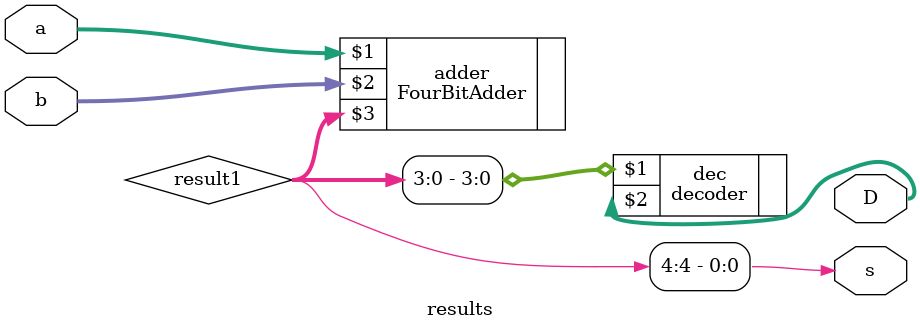
<source format=v>

module results(input[3:0] a, input[3:0] b, output [6:0] D, output s);
    wire [4:0] result1;
    FourBitAdder adder(a,b, result1);
    decoder dec(result1[3:0], D);
    assign s = result1[4];
endmodule

</source>
